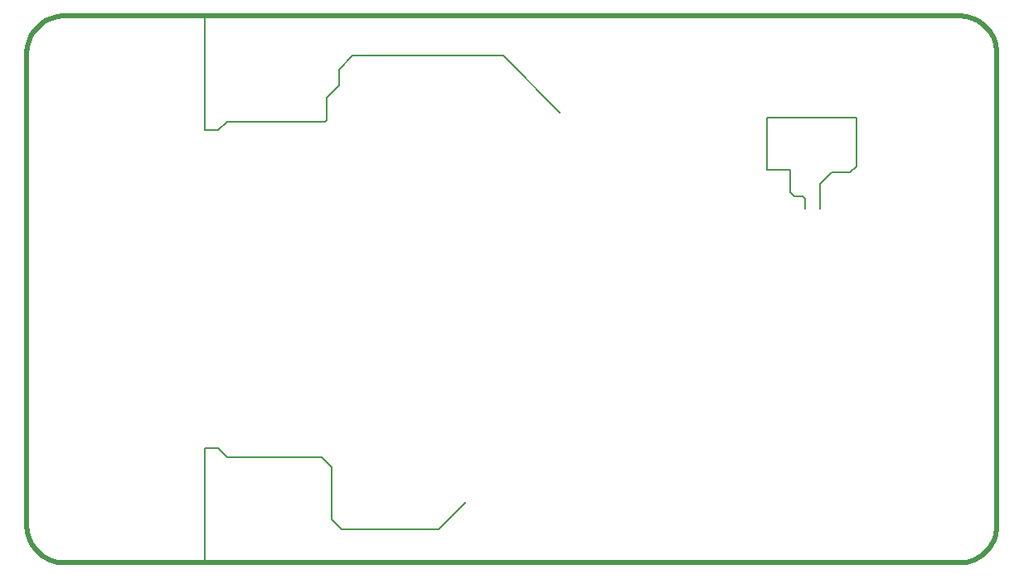
<source format=gko>
G04*
G04 #@! TF.GenerationSoftware,Altium Limited,Altium Designer,21.6.4 (81)*
G04*
G04 Layer_Color=16711935*
%FSLAX25Y25*%
%MOIN*%
G70*
G04*
G04 #@! TF.SameCoordinates,FA744667-6012-4636-895A-91306D9B36BD*
G04*
G04*
G04 #@! TF.FilePolarity,Positive*
G04*
G01*
G75*
%ADD12C,0.00787*%
%ADD139C,0.01968*%
D12*
X307000Y152500D02*
Y158000D01*
X318858Y152358D02*
X323500Y157000D01*
X312000Y147500D02*
X312953Y146547D01*
X333500Y159500D02*
Y179000D01*
X297500D02*
X333500D01*
X308500Y147500D02*
X312000D01*
X331000Y157000D02*
X333500Y159500D01*
X297500Y158000D02*
Y179000D01*
X307000Y149000D02*
X308500Y147500D01*
X323500Y157000D02*
X331000D01*
X297500Y158000D02*
X301000D01*
X307000Y149000D02*
Y152500D01*
X318858Y142591D02*
Y152358D01*
X301000Y158000D02*
X307000D01*
X312953Y142591D02*
Y146547D01*
X80500Y42500D02*
X118500D01*
X122500Y38500D01*
X76976Y46024D02*
X80500Y42500D01*
X76976Y46024D02*
X76976D01*
X122500Y17500D02*
X126500Y13500D01*
X71665Y46024D02*
X76976D01*
X122500Y17500D02*
Y38500D01*
X71665Y0D02*
Y46024D01*
X165500Y13500D02*
X176500Y24500D01*
X126500Y13500D02*
X165500D01*
X120500Y178000D02*
Y187000D01*
X71665Y173976D02*
X71665Y173976D01*
X131000Y204000D02*
X191500D01*
X120500Y178000D02*
X120500Y178000D01*
X71665Y173976D02*
Y220000D01*
X125500Y198500D02*
X131000Y204000D01*
X120000Y177500D02*
X120500Y178000D01*
X125500Y193500D02*
Y198500D01*
X80500Y177500D02*
X120000D01*
X125500Y192000D02*
Y193500D01*
X76976Y173976D02*
X80500Y177500D01*
X120500Y187000D02*
X125500Y192000D01*
X71665Y173976D02*
X76976D01*
X191500Y204000D02*
X214250Y181250D01*
D139*
X0Y15000D02*
X33Y14018D01*
X130Y13040D01*
X291Y12071D01*
X515Y11114D01*
X802Y10174D01*
X1149Y9255D01*
X1555Y8361D01*
X2019Y7495D01*
X2539Y6661D01*
X3112Y5863D01*
X3736Y5104D01*
X4408Y4387D01*
X5126Y3716D01*
X5886Y3094D01*
X6686Y2522D01*
X7520Y2004D01*
X8388Y1542D01*
X9283Y1137D01*
X10203Y792D01*
X11143Y508D01*
X12100Y286D01*
X13070Y126D01*
X14048Y31D01*
X15030Y0D01*
X375000D02*
X375981Y32D01*
X376958Y128D01*
X377926Y288D01*
X378882Y511D01*
X379822Y796D01*
X380740Y1142D01*
X381634Y1547D01*
X382500Y2010D01*
X383334Y2528D01*
X384131Y3100D01*
X384890Y3722D01*
X385607Y4393D01*
X386278Y5110D01*
X386900Y5869D01*
X387472Y6667D01*
X387990Y7500D01*
X388453Y8366D01*
X388858Y9260D01*
X389204Y10178D01*
X389489Y11118D01*
X389712Y12074D01*
X389872Y13042D01*
X389968Y14019D01*
X390000Y15000D01*
X15000Y220000D02*
X14019Y219968D01*
X13042Y219872D01*
X12074Y219712D01*
X11118Y219489D01*
X10178Y219204D01*
X9260Y218858D01*
X8366Y218453D01*
X7500Y217990D01*
X6667Y217472D01*
X5869Y216900D01*
X5110Y216278D01*
X4393Y215607D01*
X3722Y214890D01*
X3100Y214131D01*
X2528Y213334D01*
X2010Y212500D01*
X1547Y211634D01*
X1142Y210740D01*
X796Y209822D01*
X511Y208882D01*
X288Y207926D01*
X128Y206958D01*
X32Y205981D01*
X0Y205000D01*
X390000D02*
X389968Y205981D01*
X389872Y206958D01*
X389712Y207926D01*
X389489Y208882D01*
X389204Y209822D01*
X388858Y210740D01*
X388453Y211634D01*
X387990Y212500D01*
X387472Y213334D01*
X386900Y214131D01*
X386278Y214890D01*
X385607Y215607D01*
X384890Y216278D01*
X384131Y216900D01*
X383334Y217472D01*
X382500Y217990D01*
X381634Y218453D01*
X380740Y218858D01*
X379822Y219204D01*
X378882Y219489D01*
X377926Y219712D01*
X376958Y219872D01*
X375981Y219968D01*
X375000Y220000D01*
X15000D02*
X375000D01*
X-0Y15030D02*
Y205000D01*
X15030Y0D02*
X375000D01*
X390000Y15000D02*
Y205000D01*
M02*

</source>
